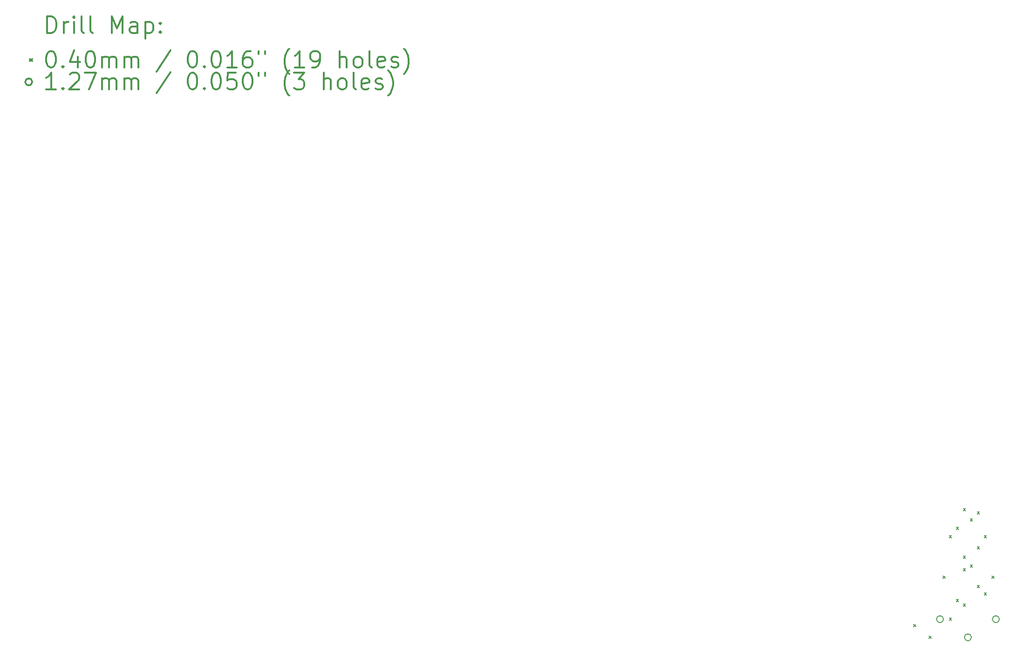
<source format=gbr>
%FSLAX45Y45*%
G04 Gerber Fmt 4.5, Leading zero omitted, Abs format (unit mm)*
G04 Created by KiCad (PCBNEW 4.0.5) date Sat Apr  1 11:25:27 2017*
%MOMM*%
%LPD*%
G01*
G04 APERTURE LIST*
%ADD10C,0.127000*%
%ADD11C,0.200000*%
%ADD12C,0.300000*%
G04 APERTURE END LIST*
D10*
D11*
X16020100Y-11219500D02*
X16060100Y-11259500D01*
X16060100Y-11219500D02*
X16020100Y-11259500D01*
X16299500Y-11435400D02*
X16339500Y-11475400D01*
X16339500Y-11435400D02*
X16299500Y-11475400D01*
X16553500Y-10343200D02*
X16593500Y-10383200D01*
X16593500Y-10343200D02*
X16553500Y-10383200D01*
X16667800Y-9606600D02*
X16707800Y-9646600D01*
X16707800Y-9606600D02*
X16667800Y-9646600D01*
X16667800Y-11105200D02*
X16707800Y-11145200D01*
X16707800Y-11105200D02*
X16667800Y-11145200D01*
X16794800Y-9455242D02*
X16834800Y-9495242D01*
X16834800Y-9455242D02*
X16794800Y-9495242D01*
X16794800Y-10762300D02*
X16834800Y-10802300D01*
X16834800Y-10762300D02*
X16794800Y-10802300D01*
X16921800Y-9111300D02*
X16961800Y-9151300D01*
X16961800Y-9111300D02*
X16921800Y-9151300D01*
X16921800Y-9974900D02*
X16961800Y-10014900D01*
X16961800Y-9974900D02*
X16921800Y-10014900D01*
X16921800Y-10203500D02*
X16961800Y-10243500D01*
X16961800Y-10203500D02*
X16921800Y-10243500D01*
X16921800Y-10851200D02*
X16961800Y-10891200D01*
X16961800Y-10851200D02*
X16921800Y-10891200D01*
X17048800Y-9301800D02*
X17088800Y-9341800D01*
X17088800Y-9301800D02*
X17048800Y-9341800D01*
X17048800Y-10140000D02*
X17088800Y-10180000D01*
X17088800Y-10140000D02*
X17048800Y-10180000D01*
X17175800Y-9174800D02*
X17215800Y-9214800D01*
X17215800Y-9174800D02*
X17175800Y-9214800D01*
X17175800Y-9809800D02*
X17215800Y-9849800D01*
X17215800Y-9809800D02*
X17175800Y-9849800D01*
X17175800Y-10508300D02*
X17215800Y-10548300D01*
X17215800Y-10508300D02*
X17175800Y-10548300D01*
X17302800Y-9606600D02*
X17342800Y-9646600D01*
X17342800Y-9606600D02*
X17302800Y-9646600D01*
X17302800Y-10648000D02*
X17342800Y-10688000D01*
X17342800Y-10648000D02*
X17302800Y-10688000D01*
X17442500Y-10343200D02*
X17482500Y-10383200D01*
X17482500Y-10343200D02*
X17442500Y-10383200D01*
X16560800Y-11125200D02*
G75*
G03X16560800Y-11125200I-63500J0D01*
G01*
X17068800Y-11455400D02*
G75*
G03X17068800Y-11455400I-63500J0D01*
G01*
X17576800Y-11125200D02*
G75*
G03X17576800Y-11125200I-63500J0D01*
G01*
D12*
X271429Y-465714D02*
X271429Y-165714D01*
X342857Y-165714D01*
X385714Y-180000D01*
X414286Y-208571D01*
X428571Y-237143D01*
X442857Y-294286D01*
X442857Y-337143D01*
X428571Y-394286D01*
X414286Y-422857D01*
X385714Y-451429D01*
X342857Y-465714D01*
X271429Y-465714D01*
X571429Y-465714D02*
X571429Y-265714D01*
X571429Y-322857D02*
X585714Y-294286D01*
X600000Y-280000D01*
X628571Y-265714D01*
X657143Y-265714D01*
X757143Y-465714D02*
X757143Y-265714D01*
X757143Y-165714D02*
X742857Y-180000D01*
X757143Y-194286D01*
X771429Y-180000D01*
X757143Y-165714D01*
X757143Y-194286D01*
X942857Y-465714D02*
X914286Y-451429D01*
X900000Y-422857D01*
X900000Y-165714D01*
X1100000Y-465714D02*
X1071429Y-451429D01*
X1057143Y-422857D01*
X1057143Y-165714D01*
X1442857Y-465714D02*
X1442857Y-165714D01*
X1542857Y-380000D01*
X1642857Y-165714D01*
X1642857Y-465714D01*
X1914286Y-465714D02*
X1914286Y-308571D01*
X1900000Y-280000D01*
X1871429Y-265714D01*
X1814286Y-265714D01*
X1785714Y-280000D01*
X1914286Y-451429D02*
X1885714Y-465714D01*
X1814286Y-465714D01*
X1785714Y-451429D01*
X1771429Y-422857D01*
X1771429Y-394286D01*
X1785714Y-365714D01*
X1814286Y-351429D01*
X1885714Y-351429D01*
X1914286Y-337143D01*
X2057143Y-265714D02*
X2057143Y-565714D01*
X2057143Y-280000D02*
X2085714Y-265714D01*
X2142857Y-265714D01*
X2171429Y-280000D01*
X2185714Y-294286D01*
X2200000Y-322857D01*
X2200000Y-408571D01*
X2185714Y-437143D01*
X2171429Y-451429D01*
X2142857Y-465714D01*
X2085714Y-465714D01*
X2057143Y-451429D01*
X2328572Y-437143D02*
X2342857Y-451429D01*
X2328572Y-465714D01*
X2314286Y-451429D01*
X2328572Y-437143D01*
X2328572Y-465714D01*
X2328572Y-280000D02*
X2342857Y-294286D01*
X2328572Y-308571D01*
X2314286Y-294286D01*
X2328572Y-280000D01*
X2328572Y-308571D01*
X-40000Y-940000D02*
X0Y-980000D01*
X0Y-940000D02*
X-40000Y-980000D01*
X328571Y-795714D02*
X357143Y-795714D01*
X385714Y-810000D01*
X400000Y-824286D01*
X414286Y-852857D01*
X428571Y-910000D01*
X428571Y-981429D01*
X414286Y-1038571D01*
X400000Y-1067143D01*
X385714Y-1081429D01*
X357143Y-1095714D01*
X328571Y-1095714D01*
X300000Y-1081429D01*
X285714Y-1067143D01*
X271429Y-1038571D01*
X257143Y-981429D01*
X257143Y-910000D01*
X271429Y-852857D01*
X285714Y-824286D01*
X300000Y-810000D01*
X328571Y-795714D01*
X557143Y-1067143D02*
X571429Y-1081429D01*
X557143Y-1095714D01*
X542857Y-1081429D01*
X557143Y-1067143D01*
X557143Y-1095714D01*
X828571Y-895714D02*
X828571Y-1095714D01*
X757143Y-781429D02*
X685714Y-995714D01*
X871428Y-995714D01*
X1042857Y-795714D02*
X1071429Y-795714D01*
X1100000Y-810000D01*
X1114286Y-824286D01*
X1128571Y-852857D01*
X1142857Y-910000D01*
X1142857Y-981429D01*
X1128571Y-1038571D01*
X1114286Y-1067143D01*
X1100000Y-1081429D01*
X1071429Y-1095714D01*
X1042857Y-1095714D01*
X1014286Y-1081429D01*
X1000000Y-1067143D01*
X985714Y-1038571D01*
X971429Y-981429D01*
X971429Y-910000D01*
X985714Y-852857D01*
X1000000Y-824286D01*
X1014286Y-810000D01*
X1042857Y-795714D01*
X1271429Y-1095714D02*
X1271429Y-895714D01*
X1271429Y-924286D02*
X1285714Y-910000D01*
X1314286Y-895714D01*
X1357143Y-895714D01*
X1385714Y-910000D01*
X1400000Y-938571D01*
X1400000Y-1095714D01*
X1400000Y-938571D02*
X1414286Y-910000D01*
X1442857Y-895714D01*
X1485714Y-895714D01*
X1514286Y-910000D01*
X1528571Y-938571D01*
X1528571Y-1095714D01*
X1671429Y-1095714D02*
X1671429Y-895714D01*
X1671429Y-924286D02*
X1685714Y-910000D01*
X1714286Y-895714D01*
X1757143Y-895714D01*
X1785714Y-910000D01*
X1800000Y-938571D01*
X1800000Y-1095714D01*
X1800000Y-938571D02*
X1814286Y-910000D01*
X1842857Y-895714D01*
X1885714Y-895714D01*
X1914286Y-910000D01*
X1928571Y-938571D01*
X1928571Y-1095714D01*
X2514286Y-781429D02*
X2257143Y-1167143D01*
X2900000Y-795714D02*
X2928571Y-795714D01*
X2957143Y-810000D01*
X2971428Y-824286D01*
X2985714Y-852857D01*
X3000000Y-910000D01*
X3000000Y-981429D01*
X2985714Y-1038571D01*
X2971428Y-1067143D01*
X2957143Y-1081429D01*
X2928571Y-1095714D01*
X2900000Y-1095714D01*
X2871428Y-1081429D01*
X2857143Y-1067143D01*
X2842857Y-1038571D01*
X2828571Y-981429D01*
X2828571Y-910000D01*
X2842857Y-852857D01*
X2857143Y-824286D01*
X2871428Y-810000D01*
X2900000Y-795714D01*
X3128571Y-1067143D02*
X3142857Y-1081429D01*
X3128571Y-1095714D01*
X3114286Y-1081429D01*
X3128571Y-1067143D01*
X3128571Y-1095714D01*
X3328571Y-795714D02*
X3357143Y-795714D01*
X3385714Y-810000D01*
X3400000Y-824286D01*
X3414286Y-852857D01*
X3428571Y-910000D01*
X3428571Y-981429D01*
X3414286Y-1038571D01*
X3400000Y-1067143D01*
X3385714Y-1081429D01*
X3357143Y-1095714D01*
X3328571Y-1095714D01*
X3300000Y-1081429D01*
X3285714Y-1067143D01*
X3271428Y-1038571D01*
X3257143Y-981429D01*
X3257143Y-910000D01*
X3271428Y-852857D01*
X3285714Y-824286D01*
X3300000Y-810000D01*
X3328571Y-795714D01*
X3714286Y-1095714D02*
X3542857Y-1095714D01*
X3628571Y-1095714D02*
X3628571Y-795714D01*
X3600000Y-838571D01*
X3571428Y-867143D01*
X3542857Y-881429D01*
X3971428Y-795714D02*
X3914286Y-795714D01*
X3885714Y-810000D01*
X3871428Y-824286D01*
X3842857Y-867143D01*
X3828571Y-924286D01*
X3828571Y-1038571D01*
X3842857Y-1067143D01*
X3857143Y-1081429D01*
X3885714Y-1095714D01*
X3942857Y-1095714D01*
X3971428Y-1081429D01*
X3985714Y-1067143D01*
X4000000Y-1038571D01*
X4000000Y-967143D01*
X3985714Y-938571D01*
X3971428Y-924286D01*
X3942857Y-910000D01*
X3885714Y-910000D01*
X3857143Y-924286D01*
X3842857Y-938571D01*
X3828571Y-967143D01*
X4114286Y-795714D02*
X4114286Y-852857D01*
X4228571Y-795714D02*
X4228571Y-852857D01*
X4671429Y-1210000D02*
X4657143Y-1195714D01*
X4628571Y-1152857D01*
X4614286Y-1124286D01*
X4600000Y-1081429D01*
X4585714Y-1010000D01*
X4585714Y-952857D01*
X4600000Y-881429D01*
X4614286Y-838571D01*
X4628571Y-810000D01*
X4657143Y-767143D01*
X4671429Y-752857D01*
X4942857Y-1095714D02*
X4771429Y-1095714D01*
X4857143Y-1095714D02*
X4857143Y-795714D01*
X4828571Y-838571D01*
X4800000Y-867143D01*
X4771429Y-881429D01*
X5085714Y-1095714D02*
X5142857Y-1095714D01*
X5171429Y-1081429D01*
X5185714Y-1067143D01*
X5214286Y-1024286D01*
X5228571Y-967143D01*
X5228571Y-852857D01*
X5214286Y-824286D01*
X5200000Y-810000D01*
X5171429Y-795714D01*
X5114286Y-795714D01*
X5085714Y-810000D01*
X5071429Y-824286D01*
X5057143Y-852857D01*
X5057143Y-924286D01*
X5071429Y-952857D01*
X5085714Y-967143D01*
X5114286Y-981429D01*
X5171429Y-981429D01*
X5200000Y-967143D01*
X5214286Y-952857D01*
X5228571Y-924286D01*
X5585714Y-1095714D02*
X5585714Y-795714D01*
X5714286Y-1095714D02*
X5714286Y-938571D01*
X5700000Y-910000D01*
X5671428Y-895714D01*
X5628571Y-895714D01*
X5600000Y-910000D01*
X5585714Y-924286D01*
X5900000Y-1095714D02*
X5871428Y-1081429D01*
X5857143Y-1067143D01*
X5842857Y-1038571D01*
X5842857Y-952857D01*
X5857143Y-924286D01*
X5871428Y-910000D01*
X5900000Y-895714D01*
X5942857Y-895714D01*
X5971428Y-910000D01*
X5985714Y-924286D01*
X6000000Y-952857D01*
X6000000Y-1038571D01*
X5985714Y-1067143D01*
X5971428Y-1081429D01*
X5942857Y-1095714D01*
X5900000Y-1095714D01*
X6171428Y-1095714D02*
X6142857Y-1081429D01*
X6128571Y-1052857D01*
X6128571Y-795714D01*
X6400000Y-1081429D02*
X6371429Y-1095714D01*
X6314286Y-1095714D01*
X6285714Y-1081429D01*
X6271429Y-1052857D01*
X6271429Y-938571D01*
X6285714Y-910000D01*
X6314286Y-895714D01*
X6371429Y-895714D01*
X6400000Y-910000D01*
X6414286Y-938571D01*
X6414286Y-967143D01*
X6271429Y-995714D01*
X6528571Y-1081429D02*
X6557143Y-1095714D01*
X6614286Y-1095714D01*
X6642857Y-1081429D01*
X6657143Y-1052857D01*
X6657143Y-1038571D01*
X6642857Y-1010000D01*
X6614286Y-995714D01*
X6571429Y-995714D01*
X6542857Y-981429D01*
X6528571Y-952857D01*
X6528571Y-938571D01*
X6542857Y-910000D01*
X6571429Y-895714D01*
X6614286Y-895714D01*
X6642857Y-910000D01*
X6757143Y-1210000D02*
X6771429Y-1195714D01*
X6800000Y-1152857D01*
X6814286Y-1124286D01*
X6828571Y-1081429D01*
X6842857Y-1010000D01*
X6842857Y-952857D01*
X6828571Y-881429D01*
X6814286Y-838571D01*
X6800000Y-810000D01*
X6771429Y-767143D01*
X6757143Y-752857D01*
X0Y-1356000D02*
G75*
G03X0Y-1356000I-63500J0D01*
G01*
X428571Y-1491714D02*
X257143Y-1491714D01*
X342857Y-1491714D02*
X342857Y-1191714D01*
X314286Y-1234571D01*
X285714Y-1263143D01*
X257143Y-1277429D01*
X557143Y-1463143D02*
X571429Y-1477429D01*
X557143Y-1491714D01*
X542857Y-1477429D01*
X557143Y-1463143D01*
X557143Y-1491714D01*
X685714Y-1220286D02*
X700000Y-1206000D01*
X728571Y-1191714D01*
X800000Y-1191714D01*
X828571Y-1206000D01*
X842857Y-1220286D01*
X857143Y-1248857D01*
X857143Y-1277429D01*
X842857Y-1320286D01*
X671429Y-1491714D01*
X857143Y-1491714D01*
X957143Y-1191714D02*
X1157143Y-1191714D01*
X1028571Y-1491714D01*
X1271429Y-1491714D02*
X1271429Y-1291714D01*
X1271429Y-1320286D02*
X1285714Y-1306000D01*
X1314286Y-1291714D01*
X1357143Y-1291714D01*
X1385714Y-1306000D01*
X1400000Y-1334571D01*
X1400000Y-1491714D01*
X1400000Y-1334571D02*
X1414286Y-1306000D01*
X1442857Y-1291714D01*
X1485714Y-1291714D01*
X1514286Y-1306000D01*
X1528571Y-1334571D01*
X1528571Y-1491714D01*
X1671429Y-1491714D02*
X1671429Y-1291714D01*
X1671429Y-1320286D02*
X1685714Y-1306000D01*
X1714286Y-1291714D01*
X1757143Y-1291714D01*
X1785714Y-1306000D01*
X1800000Y-1334571D01*
X1800000Y-1491714D01*
X1800000Y-1334571D02*
X1814286Y-1306000D01*
X1842857Y-1291714D01*
X1885714Y-1291714D01*
X1914286Y-1306000D01*
X1928571Y-1334571D01*
X1928571Y-1491714D01*
X2514286Y-1177429D02*
X2257143Y-1563143D01*
X2900000Y-1191714D02*
X2928571Y-1191714D01*
X2957143Y-1206000D01*
X2971428Y-1220286D01*
X2985714Y-1248857D01*
X3000000Y-1306000D01*
X3000000Y-1377429D01*
X2985714Y-1434571D01*
X2971428Y-1463143D01*
X2957143Y-1477429D01*
X2928571Y-1491714D01*
X2900000Y-1491714D01*
X2871428Y-1477429D01*
X2857143Y-1463143D01*
X2842857Y-1434571D01*
X2828571Y-1377429D01*
X2828571Y-1306000D01*
X2842857Y-1248857D01*
X2857143Y-1220286D01*
X2871428Y-1206000D01*
X2900000Y-1191714D01*
X3128571Y-1463143D02*
X3142857Y-1477429D01*
X3128571Y-1491714D01*
X3114286Y-1477429D01*
X3128571Y-1463143D01*
X3128571Y-1491714D01*
X3328571Y-1191714D02*
X3357143Y-1191714D01*
X3385714Y-1206000D01*
X3400000Y-1220286D01*
X3414286Y-1248857D01*
X3428571Y-1306000D01*
X3428571Y-1377429D01*
X3414286Y-1434571D01*
X3400000Y-1463143D01*
X3385714Y-1477429D01*
X3357143Y-1491714D01*
X3328571Y-1491714D01*
X3300000Y-1477429D01*
X3285714Y-1463143D01*
X3271428Y-1434571D01*
X3257143Y-1377429D01*
X3257143Y-1306000D01*
X3271428Y-1248857D01*
X3285714Y-1220286D01*
X3300000Y-1206000D01*
X3328571Y-1191714D01*
X3700000Y-1191714D02*
X3557143Y-1191714D01*
X3542857Y-1334571D01*
X3557143Y-1320286D01*
X3585714Y-1306000D01*
X3657143Y-1306000D01*
X3685714Y-1320286D01*
X3700000Y-1334571D01*
X3714286Y-1363143D01*
X3714286Y-1434571D01*
X3700000Y-1463143D01*
X3685714Y-1477429D01*
X3657143Y-1491714D01*
X3585714Y-1491714D01*
X3557143Y-1477429D01*
X3542857Y-1463143D01*
X3900000Y-1191714D02*
X3928571Y-1191714D01*
X3957143Y-1206000D01*
X3971428Y-1220286D01*
X3985714Y-1248857D01*
X4000000Y-1306000D01*
X4000000Y-1377429D01*
X3985714Y-1434571D01*
X3971428Y-1463143D01*
X3957143Y-1477429D01*
X3928571Y-1491714D01*
X3900000Y-1491714D01*
X3871428Y-1477429D01*
X3857143Y-1463143D01*
X3842857Y-1434571D01*
X3828571Y-1377429D01*
X3828571Y-1306000D01*
X3842857Y-1248857D01*
X3857143Y-1220286D01*
X3871428Y-1206000D01*
X3900000Y-1191714D01*
X4114286Y-1191714D02*
X4114286Y-1248857D01*
X4228571Y-1191714D02*
X4228571Y-1248857D01*
X4671429Y-1606000D02*
X4657143Y-1591714D01*
X4628571Y-1548857D01*
X4614286Y-1520286D01*
X4600000Y-1477429D01*
X4585714Y-1406000D01*
X4585714Y-1348857D01*
X4600000Y-1277429D01*
X4614286Y-1234571D01*
X4628571Y-1206000D01*
X4657143Y-1163143D01*
X4671429Y-1148857D01*
X4757143Y-1191714D02*
X4942857Y-1191714D01*
X4842857Y-1306000D01*
X4885714Y-1306000D01*
X4914286Y-1320286D01*
X4928571Y-1334571D01*
X4942857Y-1363143D01*
X4942857Y-1434571D01*
X4928571Y-1463143D01*
X4914286Y-1477429D01*
X4885714Y-1491714D01*
X4800000Y-1491714D01*
X4771429Y-1477429D01*
X4757143Y-1463143D01*
X5300000Y-1491714D02*
X5300000Y-1191714D01*
X5428571Y-1491714D02*
X5428571Y-1334571D01*
X5414286Y-1306000D01*
X5385714Y-1291714D01*
X5342857Y-1291714D01*
X5314286Y-1306000D01*
X5300000Y-1320286D01*
X5614286Y-1491714D02*
X5585714Y-1477429D01*
X5571429Y-1463143D01*
X5557143Y-1434571D01*
X5557143Y-1348857D01*
X5571429Y-1320286D01*
X5585714Y-1306000D01*
X5614286Y-1291714D01*
X5657143Y-1291714D01*
X5685714Y-1306000D01*
X5700000Y-1320286D01*
X5714286Y-1348857D01*
X5714286Y-1434571D01*
X5700000Y-1463143D01*
X5685714Y-1477429D01*
X5657143Y-1491714D01*
X5614286Y-1491714D01*
X5885714Y-1491714D02*
X5857143Y-1477429D01*
X5842857Y-1448857D01*
X5842857Y-1191714D01*
X6114286Y-1477429D02*
X6085714Y-1491714D01*
X6028571Y-1491714D01*
X6000000Y-1477429D01*
X5985714Y-1448857D01*
X5985714Y-1334571D01*
X6000000Y-1306000D01*
X6028571Y-1291714D01*
X6085714Y-1291714D01*
X6114286Y-1306000D01*
X6128571Y-1334571D01*
X6128571Y-1363143D01*
X5985714Y-1391714D01*
X6242857Y-1477429D02*
X6271429Y-1491714D01*
X6328571Y-1491714D01*
X6357143Y-1477429D01*
X6371429Y-1448857D01*
X6371429Y-1434571D01*
X6357143Y-1406000D01*
X6328571Y-1391714D01*
X6285714Y-1391714D01*
X6257143Y-1377429D01*
X6242857Y-1348857D01*
X6242857Y-1334571D01*
X6257143Y-1306000D01*
X6285714Y-1291714D01*
X6328571Y-1291714D01*
X6357143Y-1306000D01*
X6471428Y-1606000D02*
X6485714Y-1591714D01*
X6514286Y-1548857D01*
X6528571Y-1520286D01*
X6542857Y-1477429D01*
X6557143Y-1406000D01*
X6557143Y-1348857D01*
X6542857Y-1277429D01*
X6528571Y-1234571D01*
X6514286Y-1206000D01*
X6485714Y-1163143D01*
X6471428Y-1148857D01*
M02*

</source>
